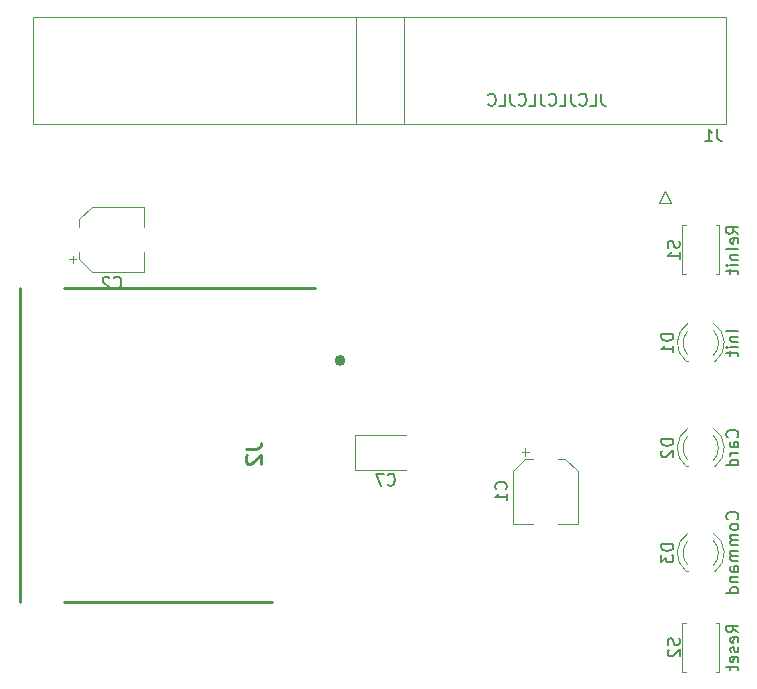
<source format=gbr>
%TF.GenerationSoftware,KiCad,Pcbnew,(6.0.11)*%
%TF.CreationDate,2023-03-14T22:18:48-05:00*%
%TF.ProjectId,rx02-mega2560-pro,72783032-2d6d-4656-9761-323536302d70,rev?*%
%TF.SameCoordinates,Original*%
%TF.FileFunction,Legend,Bot*%
%TF.FilePolarity,Positive*%
%FSLAX46Y46*%
G04 Gerber Fmt 4.6, Leading zero omitted, Abs format (unit mm)*
G04 Created by KiCad (PCBNEW (6.0.11)) date 2023-03-14 22:18:48*
%MOMM*%
%LPD*%
G01*
G04 APERTURE LIST*
%ADD10C,0.150000*%
%ADD11C,0.254000*%
%ADD12C,0.120000*%
%ADD13C,0.500000*%
G04 APERTURE END LIST*
D10*
X161006847Y-61072780D02*
X161006847Y-61787066D01*
X161054466Y-61929923D01*
X161149704Y-62025161D01*
X161292561Y-62072780D01*
X161387800Y-62072780D01*
X160054466Y-62072780D02*
X160530657Y-62072780D01*
X160530657Y-61072780D01*
X159149704Y-61977542D02*
X159197323Y-62025161D01*
X159340180Y-62072780D01*
X159435419Y-62072780D01*
X159578276Y-62025161D01*
X159673514Y-61929923D01*
X159721133Y-61834685D01*
X159768752Y-61644209D01*
X159768752Y-61501352D01*
X159721133Y-61310876D01*
X159673514Y-61215638D01*
X159578276Y-61120400D01*
X159435419Y-61072780D01*
X159340180Y-61072780D01*
X159197323Y-61120400D01*
X159149704Y-61168019D01*
X158435419Y-61072780D02*
X158435419Y-61787066D01*
X158483038Y-61929923D01*
X158578276Y-62025161D01*
X158721133Y-62072780D01*
X158816371Y-62072780D01*
X157483038Y-62072780D02*
X157959228Y-62072780D01*
X157959228Y-61072780D01*
X156578276Y-61977542D02*
X156625895Y-62025161D01*
X156768752Y-62072780D01*
X156863990Y-62072780D01*
X157006847Y-62025161D01*
X157102085Y-61929923D01*
X157149704Y-61834685D01*
X157197323Y-61644209D01*
X157197323Y-61501352D01*
X157149704Y-61310876D01*
X157102085Y-61215638D01*
X157006847Y-61120400D01*
X156863990Y-61072780D01*
X156768752Y-61072780D01*
X156625895Y-61120400D01*
X156578276Y-61168019D01*
X155863990Y-61072780D02*
X155863990Y-61787066D01*
X155911609Y-61929923D01*
X156006847Y-62025161D01*
X156149704Y-62072780D01*
X156244942Y-62072780D01*
X154911609Y-62072780D02*
X155387800Y-62072780D01*
X155387800Y-61072780D01*
X154006847Y-61977542D02*
X154054466Y-62025161D01*
X154197323Y-62072780D01*
X154292561Y-62072780D01*
X154435419Y-62025161D01*
X154530657Y-61929923D01*
X154578276Y-61834685D01*
X154625895Y-61644209D01*
X154625895Y-61501352D01*
X154578276Y-61310876D01*
X154530657Y-61215638D01*
X154435419Y-61120400D01*
X154292561Y-61072780D01*
X154197323Y-61072780D01*
X154054466Y-61120400D01*
X154006847Y-61168019D01*
X153292561Y-61072780D02*
X153292561Y-61787066D01*
X153340180Y-61929923D01*
X153435419Y-62025161D01*
X153578276Y-62072780D01*
X153673514Y-62072780D01*
X152340180Y-62072780D02*
X152816371Y-62072780D01*
X152816371Y-61072780D01*
X151435419Y-61977542D02*
X151483038Y-62025161D01*
X151625895Y-62072780D01*
X151721133Y-62072780D01*
X151863990Y-62025161D01*
X151959228Y-61929923D01*
X152006847Y-61834685D01*
X152054466Y-61644209D01*
X152054466Y-61501352D01*
X152006847Y-61310876D01*
X151959228Y-61215638D01*
X151863990Y-61120400D01*
X151721133Y-61072780D01*
X151625895Y-61072780D01*
X151483038Y-61120400D01*
X151435419Y-61168019D01*
%TO.C,D3*%
X167076380Y-99210904D02*
X166076380Y-99210904D01*
X166076380Y-99449000D01*
X166124000Y-99591857D01*
X166219238Y-99687095D01*
X166314476Y-99734714D01*
X166504952Y-99782333D01*
X166647809Y-99782333D01*
X166838285Y-99734714D01*
X166933523Y-99687095D01*
X167028761Y-99591857D01*
X167076380Y-99449000D01*
X167076380Y-99210904D01*
X166076380Y-100115666D02*
X166076380Y-100734714D01*
X166457333Y-100401380D01*
X166457333Y-100544238D01*
X166504952Y-100639476D01*
X166552571Y-100687095D01*
X166647809Y-100734714D01*
X166885904Y-100734714D01*
X166981142Y-100687095D01*
X167028761Y-100639476D01*
X167076380Y-100544238D01*
X167076380Y-100258523D01*
X167028761Y-100163285D01*
X166981142Y-100115666D01*
X172492942Y-97095266D02*
X172540561Y-97047647D01*
X172588180Y-96904790D01*
X172588180Y-96809552D01*
X172540561Y-96666695D01*
X172445323Y-96571457D01*
X172350085Y-96523838D01*
X172159609Y-96476219D01*
X172016752Y-96476219D01*
X171826276Y-96523838D01*
X171731038Y-96571457D01*
X171635800Y-96666695D01*
X171588180Y-96809552D01*
X171588180Y-96904790D01*
X171635800Y-97047647D01*
X171683419Y-97095266D01*
X172588180Y-97666695D02*
X172540561Y-97571457D01*
X172492942Y-97523838D01*
X172397704Y-97476219D01*
X172111990Y-97476219D01*
X172016752Y-97523838D01*
X171969133Y-97571457D01*
X171921514Y-97666695D01*
X171921514Y-97809552D01*
X171969133Y-97904790D01*
X172016752Y-97952409D01*
X172111990Y-98000028D01*
X172397704Y-98000028D01*
X172492942Y-97952409D01*
X172540561Y-97904790D01*
X172588180Y-97809552D01*
X172588180Y-97666695D01*
X172588180Y-98428600D02*
X171921514Y-98428600D01*
X172016752Y-98428600D02*
X171969133Y-98476219D01*
X171921514Y-98571457D01*
X171921514Y-98714314D01*
X171969133Y-98809552D01*
X172064371Y-98857171D01*
X172588180Y-98857171D01*
X172064371Y-98857171D02*
X171969133Y-98904790D01*
X171921514Y-99000028D01*
X171921514Y-99142885D01*
X171969133Y-99238123D01*
X172064371Y-99285742D01*
X172588180Y-99285742D01*
X172588180Y-99761933D02*
X171921514Y-99761933D01*
X172016752Y-99761933D02*
X171969133Y-99809552D01*
X171921514Y-99904790D01*
X171921514Y-100047647D01*
X171969133Y-100142885D01*
X172064371Y-100190504D01*
X172588180Y-100190504D01*
X172064371Y-100190504D02*
X171969133Y-100238123D01*
X171921514Y-100333361D01*
X171921514Y-100476219D01*
X171969133Y-100571457D01*
X172064371Y-100619076D01*
X172588180Y-100619076D01*
X172588180Y-101523838D02*
X172064371Y-101523838D01*
X171969133Y-101476219D01*
X171921514Y-101380980D01*
X171921514Y-101190504D01*
X171969133Y-101095266D01*
X172540561Y-101523838D02*
X172588180Y-101428600D01*
X172588180Y-101190504D01*
X172540561Y-101095266D01*
X172445323Y-101047647D01*
X172350085Y-101047647D01*
X172254847Y-101095266D01*
X172207228Y-101190504D01*
X172207228Y-101428600D01*
X172159609Y-101523838D01*
X171921514Y-102000028D02*
X172588180Y-102000028D01*
X172016752Y-102000028D02*
X171969133Y-102047647D01*
X171921514Y-102142885D01*
X171921514Y-102285742D01*
X171969133Y-102380980D01*
X172064371Y-102428600D01*
X172588180Y-102428600D01*
X172588180Y-103333361D02*
X171588180Y-103333361D01*
X172540561Y-103333361D02*
X172588180Y-103238123D01*
X172588180Y-103047647D01*
X172540561Y-102952409D01*
X172492942Y-102904790D01*
X172397704Y-102857171D01*
X172111990Y-102857171D01*
X172016752Y-102904790D01*
X171969133Y-102952409D01*
X171921514Y-103047647D01*
X171921514Y-103238123D01*
X171969133Y-103333361D01*
%TO.C,D2*%
X167076380Y-90325904D02*
X166076380Y-90325904D01*
X166076380Y-90564000D01*
X166124000Y-90706857D01*
X166219238Y-90802095D01*
X166314476Y-90849714D01*
X166504952Y-90897333D01*
X166647809Y-90897333D01*
X166838285Y-90849714D01*
X166933523Y-90802095D01*
X167028761Y-90706857D01*
X167076380Y-90564000D01*
X167076380Y-90325904D01*
X166171619Y-91278285D02*
X166124000Y-91325904D01*
X166076380Y-91421142D01*
X166076380Y-91659238D01*
X166124000Y-91754476D01*
X166171619Y-91802095D01*
X166266857Y-91849714D01*
X166362095Y-91849714D01*
X166504952Y-91802095D01*
X167076380Y-91230666D01*
X167076380Y-91849714D01*
X172492942Y-90154238D02*
X172540561Y-90106619D01*
X172588180Y-89963761D01*
X172588180Y-89868523D01*
X172540561Y-89725666D01*
X172445323Y-89630428D01*
X172350085Y-89582809D01*
X172159609Y-89535190D01*
X172016752Y-89535190D01*
X171826276Y-89582809D01*
X171731038Y-89630428D01*
X171635800Y-89725666D01*
X171588180Y-89868523D01*
X171588180Y-89963761D01*
X171635800Y-90106619D01*
X171683419Y-90154238D01*
X172588180Y-91011380D02*
X172064371Y-91011380D01*
X171969133Y-90963761D01*
X171921514Y-90868523D01*
X171921514Y-90678047D01*
X171969133Y-90582809D01*
X172540561Y-91011380D02*
X172588180Y-90916142D01*
X172588180Y-90678047D01*
X172540561Y-90582809D01*
X172445323Y-90535190D01*
X172350085Y-90535190D01*
X172254847Y-90582809D01*
X172207228Y-90678047D01*
X172207228Y-90916142D01*
X172159609Y-91011380D01*
X172588180Y-91487571D02*
X171921514Y-91487571D01*
X172111990Y-91487571D02*
X172016752Y-91535190D01*
X171969133Y-91582809D01*
X171921514Y-91678047D01*
X171921514Y-91773285D01*
X172588180Y-92535190D02*
X171588180Y-92535190D01*
X172540561Y-92535190D02*
X172588180Y-92439952D01*
X172588180Y-92249476D01*
X172540561Y-92154238D01*
X172492942Y-92106619D01*
X172397704Y-92059000D01*
X172111990Y-92059000D01*
X172016752Y-92106619D01*
X171969133Y-92154238D01*
X171921514Y-92249476D01*
X171921514Y-92439952D01*
X171969133Y-92535190D01*
%TO.C,C7*%
X142914666Y-94147142D02*
X142962285Y-94194761D01*
X143105142Y-94242380D01*
X143200380Y-94242380D01*
X143343238Y-94194761D01*
X143438476Y-94099523D01*
X143486095Y-94004285D01*
X143533714Y-93813809D01*
X143533714Y-93670952D01*
X143486095Y-93480476D01*
X143438476Y-93385238D01*
X143343238Y-93290000D01*
X143200380Y-93242380D01*
X143105142Y-93242380D01*
X142962285Y-93290000D01*
X142914666Y-93337619D01*
X142581333Y-93242380D02*
X141914666Y-93242380D01*
X142343238Y-94242380D01*
%TO.C,C2*%
X119724466Y-77463142D02*
X119772085Y-77510761D01*
X119914942Y-77558380D01*
X120010180Y-77558380D01*
X120153038Y-77510761D01*
X120248276Y-77415523D01*
X120295895Y-77320285D01*
X120343514Y-77129809D01*
X120343514Y-76986952D01*
X120295895Y-76796476D01*
X120248276Y-76701238D01*
X120153038Y-76606000D01*
X120010180Y-76558380D01*
X119914942Y-76558380D01*
X119772085Y-76606000D01*
X119724466Y-76653619D01*
X119343514Y-76653619D02*
X119295895Y-76606000D01*
X119200657Y-76558380D01*
X118962561Y-76558380D01*
X118867323Y-76606000D01*
X118819704Y-76653619D01*
X118772085Y-76748857D01*
X118772085Y-76844095D01*
X118819704Y-76986952D01*
X119391133Y-77558380D01*
X118772085Y-77558380D01*
%TO.C,D1*%
X167076380Y-81435904D02*
X166076380Y-81435904D01*
X166076380Y-81674000D01*
X166124000Y-81816857D01*
X166219238Y-81912095D01*
X166314476Y-81959714D01*
X166504952Y-82007333D01*
X166647809Y-82007333D01*
X166838285Y-81959714D01*
X166933523Y-81912095D01*
X167028761Y-81816857D01*
X167076380Y-81674000D01*
X167076380Y-81435904D01*
X167076380Y-82959714D02*
X167076380Y-82388285D01*
X167076380Y-82674000D02*
X166076380Y-82674000D01*
X166219238Y-82578761D01*
X166314476Y-82483523D01*
X166362095Y-82388285D01*
X172588180Y-81167409D02*
X171588180Y-81167409D01*
X171921514Y-81643600D02*
X172588180Y-81643600D01*
X172016752Y-81643600D02*
X171969133Y-81691219D01*
X171921514Y-81786457D01*
X171921514Y-81929314D01*
X171969133Y-82024552D01*
X172064371Y-82072171D01*
X172588180Y-82072171D01*
X172588180Y-82548361D02*
X171921514Y-82548361D01*
X171588180Y-82548361D02*
X171635800Y-82500742D01*
X171683419Y-82548361D01*
X171635800Y-82595980D01*
X171588180Y-82548361D01*
X171683419Y-82548361D01*
X171921514Y-82881695D02*
X171921514Y-83262647D01*
X171588180Y-83024552D02*
X172445323Y-83024552D01*
X172540561Y-83072171D01*
X172588180Y-83167409D01*
X172588180Y-83262647D01*
D11*
%TO.C,J2*%
X130876691Y-91140336D02*
X131783834Y-91140336D01*
X131965263Y-91079860D01*
X132086215Y-90958908D01*
X132146691Y-90777479D01*
X132146691Y-90656527D01*
X130997644Y-91684622D02*
X130937168Y-91745098D01*
X130876691Y-91866050D01*
X130876691Y-92168431D01*
X130937168Y-92289384D01*
X130997644Y-92349860D01*
X131118596Y-92410336D01*
X131239548Y-92410336D01*
X131420977Y-92349860D01*
X132146691Y-91624146D01*
X132146691Y-92410336D01*
D10*
%TO.C,S1*%
X167572761Y-73533095D02*
X167620380Y-73675952D01*
X167620380Y-73914047D01*
X167572761Y-74009285D01*
X167525142Y-74056904D01*
X167429904Y-74104523D01*
X167334666Y-74104523D01*
X167239428Y-74056904D01*
X167191809Y-74009285D01*
X167144190Y-73914047D01*
X167096571Y-73723571D01*
X167048952Y-73628333D01*
X167001333Y-73580714D01*
X166906095Y-73533095D01*
X166810857Y-73533095D01*
X166715619Y-73580714D01*
X166668000Y-73628333D01*
X166620380Y-73723571D01*
X166620380Y-73961666D01*
X166668000Y-74104523D01*
X167620380Y-75056904D02*
X167620380Y-74485476D01*
X167620380Y-74771190D02*
X166620380Y-74771190D01*
X166763238Y-74675952D01*
X166858476Y-74580714D01*
X166906095Y-74485476D01*
X172588180Y-72936266D02*
X172111990Y-72602933D01*
X172588180Y-72364838D02*
X171588180Y-72364838D01*
X171588180Y-72745790D01*
X171635800Y-72841028D01*
X171683419Y-72888647D01*
X171778657Y-72936266D01*
X171921514Y-72936266D01*
X172016752Y-72888647D01*
X172064371Y-72841028D01*
X172111990Y-72745790D01*
X172111990Y-72364838D01*
X172540561Y-73745790D02*
X172588180Y-73650552D01*
X172588180Y-73460076D01*
X172540561Y-73364838D01*
X172445323Y-73317219D01*
X172064371Y-73317219D01*
X171969133Y-73364838D01*
X171921514Y-73460076D01*
X171921514Y-73650552D01*
X171969133Y-73745790D01*
X172064371Y-73793409D01*
X172159609Y-73793409D01*
X172254847Y-73317219D01*
X172588180Y-74221980D02*
X171588180Y-74221980D01*
X171921514Y-74698171D02*
X172588180Y-74698171D01*
X172016752Y-74698171D02*
X171969133Y-74745790D01*
X171921514Y-74841028D01*
X171921514Y-74983885D01*
X171969133Y-75079123D01*
X172064371Y-75126742D01*
X172588180Y-75126742D01*
X172588180Y-75602933D02*
X171921514Y-75602933D01*
X171588180Y-75602933D02*
X171635800Y-75555314D01*
X171683419Y-75602933D01*
X171635800Y-75650552D01*
X171588180Y-75602933D01*
X171683419Y-75602933D01*
X171921514Y-75936266D02*
X171921514Y-76317219D01*
X171588180Y-76079123D02*
X172445323Y-76079123D01*
X172540561Y-76126742D01*
X172588180Y-76221980D01*
X172588180Y-76317219D01*
%TO.C,C1*%
X152917942Y-94549933D02*
X152965561Y-94502314D01*
X153013180Y-94359457D01*
X153013180Y-94264219D01*
X152965561Y-94121361D01*
X152870323Y-94026123D01*
X152775085Y-93978504D01*
X152584609Y-93930885D01*
X152441752Y-93930885D01*
X152251276Y-93978504D01*
X152156038Y-94026123D01*
X152060800Y-94121361D01*
X152013180Y-94264219D01*
X152013180Y-94359457D01*
X152060800Y-94502314D01*
X152108419Y-94549933D01*
X153013180Y-95502314D02*
X153013180Y-94930885D01*
X153013180Y-95216600D02*
X152013180Y-95216600D01*
X152156038Y-95121361D01*
X152251276Y-95026123D01*
X152298895Y-94930885D01*
%TO.C,J1*%
X170818133Y-64069980D02*
X170818133Y-64784266D01*
X170865752Y-64927123D01*
X170960990Y-65022361D01*
X171103847Y-65069980D01*
X171199085Y-65069980D01*
X169818133Y-65069980D02*
X170389561Y-65069980D01*
X170103847Y-65069980D02*
X170103847Y-64069980D01*
X170199085Y-64212838D01*
X170294323Y-64308076D01*
X170389561Y-64355695D01*
%TO.C,S2*%
X167572761Y-107188095D02*
X167620380Y-107330952D01*
X167620380Y-107569047D01*
X167572761Y-107664285D01*
X167525142Y-107711904D01*
X167429904Y-107759523D01*
X167334666Y-107759523D01*
X167239428Y-107711904D01*
X167191809Y-107664285D01*
X167144190Y-107569047D01*
X167096571Y-107378571D01*
X167048952Y-107283333D01*
X167001333Y-107235714D01*
X166906095Y-107188095D01*
X166810857Y-107188095D01*
X166715619Y-107235714D01*
X166668000Y-107283333D01*
X166620380Y-107378571D01*
X166620380Y-107616666D01*
X166668000Y-107759523D01*
X166715619Y-108140476D02*
X166668000Y-108188095D01*
X166620380Y-108283333D01*
X166620380Y-108521428D01*
X166668000Y-108616666D01*
X166715619Y-108664285D01*
X166810857Y-108711904D01*
X166906095Y-108711904D01*
X167048952Y-108664285D01*
X167620380Y-108092857D01*
X167620380Y-108711904D01*
X172588180Y-106686504D02*
X172111990Y-106353171D01*
X172588180Y-106115076D02*
X171588180Y-106115076D01*
X171588180Y-106496028D01*
X171635800Y-106591266D01*
X171683419Y-106638885D01*
X171778657Y-106686504D01*
X171921514Y-106686504D01*
X172016752Y-106638885D01*
X172064371Y-106591266D01*
X172111990Y-106496028D01*
X172111990Y-106115076D01*
X172540561Y-107496028D02*
X172588180Y-107400790D01*
X172588180Y-107210314D01*
X172540561Y-107115076D01*
X172445323Y-107067457D01*
X172064371Y-107067457D01*
X171969133Y-107115076D01*
X171921514Y-107210314D01*
X171921514Y-107400790D01*
X171969133Y-107496028D01*
X172064371Y-107543647D01*
X172159609Y-107543647D01*
X172254847Y-107067457D01*
X172540561Y-107924600D02*
X172588180Y-108019838D01*
X172588180Y-108210314D01*
X172540561Y-108305552D01*
X172445323Y-108353171D01*
X172397704Y-108353171D01*
X172302466Y-108305552D01*
X172254847Y-108210314D01*
X172254847Y-108067457D01*
X172207228Y-107972219D01*
X172111990Y-107924600D01*
X172064371Y-107924600D01*
X171969133Y-107972219D01*
X171921514Y-108067457D01*
X171921514Y-108210314D01*
X171969133Y-108305552D01*
X172540561Y-109162695D02*
X172588180Y-109067457D01*
X172588180Y-108876980D01*
X172540561Y-108781742D01*
X172445323Y-108734123D01*
X172064371Y-108734123D01*
X171969133Y-108781742D01*
X171921514Y-108876980D01*
X171921514Y-109067457D01*
X171969133Y-109162695D01*
X172064371Y-109210314D01*
X172159609Y-109210314D01*
X172254847Y-108734123D01*
X171921514Y-109496028D02*
X171921514Y-109876980D01*
X171588180Y-109638885D02*
X172445323Y-109638885D01*
X172540561Y-109686504D01*
X172588180Y-109781742D01*
X172588180Y-109876980D01*
D12*
%TO.C,D3*%
X168338000Y-101514000D02*
X168182000Y-101514000D01*
X170654000Y-101514000D02*
X170498000Y-101514000D01*
X170498000Y-100994961D02*
G75*
G03*
X170497837Y-98912870I-1080000J1040961D01*
G01*
X168339392Y-98281665D02*
G75*
G03*
X168182484Y-101514000I1078608J-1672335D01*
G01*
X168338163Y-98912870D02*
G75*
G03*
X168338000Y-100994961I1079837J-1041130D01*
G01*
X170653516Y-101514000D02*
G75*
G03*
X170496608Y-98281665I-1235516J1560000D01*
G01*
%TO.C,D2*%
X170654000Y-92624000D02*
X170498000Y-92624000D01*
X168338000Y-92624000D02*
X168182000Y-92624000D01*
X170498000Y-92104961D02*
G75*
G03*
X170497837Y-90022870I-1080000J1040961D01*
G01*
X168338163Y-90022870D02*
G75*
G03*
X168338000Y-92104961I1079837J-1041130D01*
G01*
X168339392Y-89391665D02*
G75*
G03*
X168182484Y-92624000I1078608J-1672335D01*
G01*
X170653516Y-92624000D02*
G75*
G03*
X170496608Y-89391665I-1235516J1560000D01*
G01*
%TO.C,C7*%
X140113000Y-92950000D02*
X140113000Y-89930000D01*
X144498000Y-92950000D02*
X140113000Y-92950000D01*
X140113000Y-89930000D02*
X144498000Y-89930000D01*
%TO.C,C2*%
X115932800Y-75091000D02*
X116557800Y-75091000D01*
X122317800Y-76166000D02*
X122317800Y-74466000D01*
X116797800Y-71710437D02*
X117862237Y-70646000D01*
X116245300Y-75403500D02*
X116245300Y-74778500D01*
X122317800Y-70646000D02*
X122317800Y-72346000D01*
X116797800Y-75101563D02*
X116797800Y-74466000D01*
X116797800Y-75101563D02*
X117862237Y-76166000D01*
X117862237Y-76166000D02*
X122317800Y-76166000D01*
X117862237Y-70646000D02*
X122317800Y-70646000D01*
X116797800Y-71710437D02*
X116797800Y-72346000D01*
%TO.C,D1*%
X170659000Y-83734000D02*
X170503000Y-83734000D01*
X168343000Y-83734000D02*
X168187000Y-83734000D01*
X168343163Y-81132870D02*
G75*
G03*
X168343000Y-83214961I1079837J-1041130D01*
G01*
X170658516Y-83734000D02*
G75*
G03*
X170501608Y-80501665I-1235516J1560000D01*
G01*
X168344392Y-80501665D02*
G75*
G03*
X168187484Y-83734000I1078608J-1672335D01*
G01*
X170503000Y-83214961D02*
G75*
G03*
X170502837Y-81132870I-1080000J1040961D01*
G01*
D11*
%TO.C,J2*%
X136741168Y-77505000D02*
X115527498Y-77505000D01*
X133154168Y-104105000D02*
X115527498Y-104105000D01*
X111741168Y-104105000D02*
X111741168Y-77505000D01*
D13*
X139087833Y-83645335D02*
G75*
G03*
X139087833Y-83645335I-209335J0D01*
G01*
D12*
%TO.C,S1*%
X167848000Y-76365000D02*
X168148000Y-76365000D01*
X167848000Y-72225000D02*
X167848000Y-76365000D01*
X168148000Y-72225000D02*
X167848000Y-72225000D01*
X170988000Y-72225000D02*
X170688000Y-72225000D01*
X170988000Y-76365000D02*
X170988000Y-72225000D01*
X170688000Y-76365000D02*
X170988000Y-76365000D01*
%TO.C,C1*%
X157956363Y-91956600D02*
X159020800Y-93021037D01*
X153500800Y-93021037D02*
X153500800Y-97476600D01*
X159020800Y-97476600D02*
X157320800Y-97476600D01*
X154263300Y-91404100D02*
X154888300Y-91404100D01*
X159020800Y-93021037D02*
X159020800Y-97476600D01*
X154565237Y-91956600D02*
X155200800Y-91956600D01*
X157956363Y-91956600D02*
X157320800Y-91956600D01*
X154565237Y-91956600D02*
X153500800Y-93021037D01*
X154575800Y-91091600D02*
X154575800Y-91716600D01*
X153500800Y-97476600D02*
X155200800Y-97476600D01*
%TO.C,J1*%
X166870000Y-70295000D02*
X165870000Y-70295000D01*
X165870000Y-70295000D02*
X166370000Y-69295000D01*
X166370000Y-69295000D02*
X166870000Y-70295000D01*
X171580000Y-63675000D02*
X171580000Y-54555000D01*
X112900000Y-63675000D02*
X171580000Y-63675000D01*
X140190000Y-63675000D02*
X140190000Y-54555000D01*
X144290000Y-63675000D02*
X144290000Y-54555000D01*
X112900000Y-54555000D02*
X112900000Y-63675000D01*
X171580000Y-54555000D02*
X112900000Y-54555000D01*
%TO.C,S2*%
X170988000Y-105880000D02*
X170688000Y-105880000D01*
X167848000Y-110020000D02*
X168148000Y-110020000D01*
X170688000Y-110020000D02*
X170988000Y-110020000D01*
X167848000Y-105880000D02*
X167848000Y-110020000D01*
X170988000Y-110020000D02*
X170988000Y-105880000D01*
X168148000Y-105880000D02*
X167848000Y-105880000D01*
%TD*%
M02*

</source>
